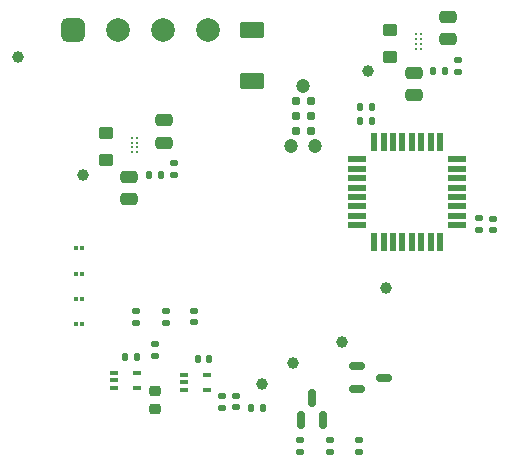
<source format=gbr>
%TF.GenerationSoftware,KiCad,Pcbnew,8.0.1*%
%TF.CreationDate,2024-09-05T15:23:59+02:00*%
%TF.ProjectId,TEP000,54455030-3030-42e6-9b69-6361645f7063,rev?*%
%TF.SameCoordinates,Original*%
%TF.FileFunction,Soldermask,Top*%
%TF.FilePolarity,Negative*%
%FSLAX46Y46*%
G04 Gerber Fmt 4.6, Leading zero omitted, Abs format (unit mm)*
G04 Created by KiCad (PCBNEW 8.0.1) date 2024-09-05 15:23:59*
%MOMM*%
%LPD*%
G01*
G04 APERTURE LIST*
G04 Aperture macros list*
%AMRoundRect*
0 Rectangle with rounded corners*
0 $1 Rounding radius*
0 $2 $3 $4 $5 $6 $7 $8 $9 X,Y pos of 4 corners*
0 Add a 4 corners polygon primitive as box body*
4,1,4,$2,$3,$4,$5,$6,$7,$8,$9,$2,$3,0*
0 Add four circle primitives for the rounded corners*
1,1,$1+$1,$2,$3*
1,1,$1+$1,$4,$5*
1,1,$1+$1,$6,$7*
1,1,$1+$1,$8,$9*
0 Add four rect primitives between the rounded corners*
20,1,$1+$1,$2,$3,$4,$5,0*
20,1,$1+$1,$4,$5,$6,$7,0*
20,1,$1+$1,$6,$7,$8,$9,0*
20,1,$1+$1,$8,$9,$2,$3,0*%
G04 Aperture macros list end*
%ADD10C,0.300000*%
%ADD11R,1.600000X0.550000*%
%ADD12R,0.550000X1.600000*%
%ADD13RoundRect,0.100000X-0.225000X-0.100000X0.225000X-0.100000X0.225000X0.100000X-0.225000X0.100000X0*%
%ADD14C,1.000000*%
%ADD15RoundRect,0.135000X0.185000X-0.135000X0.185000X0.135000X-0.185000X0.135000X-0.185000X-0.135000X0*%
%ADD16RoundRect,0.135000X-0.135000X-0.185000X0.135000X-0.185000X0.135000X0.185000X-0.135000X0.185000X0*%
%ADD17RoundRect,0.135000X0.135000X0.185000X-0.135000X0.185000X-0.135000X-0.185000X0.135000X-0.185000X0*%
%ADD18RoundRect,0.135000X-0.185000X0.135000X-0.185000X-0.135000X0.185000X-0.135000X0.185000X0.135000X0*%
%ADD19RoundRect,0.075000X-0.125000X-0.075000X0.125000X-0.075000X0.125000X0.075000X-0.125000X0.075000X0*%
%ADD20RoundRect,0.150000X0.150000X-0.587500X0.150000X0.587500X-0.150000X0.587500X-0.150000X-0.587500X0*%
%ADD21RoundRect,0.150000X-0.512500X-0.150000X0.512500X-0.150000X0.512500X0.150000X-0.512500X0.150000X0*%
%ADD22RoundRect,0.250000X-0.350000X0.275000X-0.350000X-0.275000X0.350000X-0.275000X0.350000X0.275000X0*%
%ADD23RoundRect,0.500000X-0.500000X-0.500000X0.500000X-0.500000X0.500000X0.500000X-0.500000X0.500000X0*%
%ADD24C,2.000000*%
%ADD25C,1.200000*%
%ADD26C,0.787000*%
%ADD27RoundRect,0.250000X-0.800000X0.450000X-0.800000X-0.450000X0.800000X-0.450000X0.800000X0.450000X0*%
%ADD28RoundRect,0.250000X-0.475000X0.250000X-0.475000X-0.250000X0.475000X-0.250000X0.475000X0.250000X0*%
%ADD29RoundRect,0.140000X0.170000X-0.140000X0.170000X0.140000X-0.170000X0.140000X-0.170000X-0.140000X0*%
%ADD30RoundRect,0.140000X-0.140000X-0.170000X0.140000X-0.170000X0.140000X0.170000X-0.140000X0.170000X0*%
%ADD31RoundRect,0.140000X-0.170000X0.140000X-0.170000X-0.140000X0.170000X-0.140000X0.170000X0.140000X0*%
%ADD32RoundRect,0.140000X0.140000X0.170000X-0.140000X0.170000X-0.140000X-0.170000X0.140000X-0.170000X0*%
%ADD33RoundRect,0.225000X0.250000X-0.225000X0.250000X0.225000X-0.250000X0.225000X-0.250000X-0.225000X0*%
G04 APERTURE END LIST*
D10*
%TO.C,U5*%
X151669800Y-103657400D03*
X152069800Y-103657400D03*
X151669800Y-104057400D03*
X152069800Y-104057400D03*
X151669800Y-104457400D03*
X152069800Y-104457400D03*
X151669800Y-104857400D03*
X152069800Y-104857400D03*
%TD*%
%TO.C,U4*%
X175750600Y-94886800D03*
X176150600Y-94886800D03*
X175750600Y-95286800D03*
X176150600Y-95286800D03*
X175750600Y-95686800D03*
X176150600Y-95686800D03*
X175750600Y-96086800D03*
X176150600Y-96086800D03*
%TD*%
D11*
%TO.C,U3*%
X170730600Y-105454800D03*
X170730600Y-106254800D03*
X170730600Y-107054800D03*
X170730600Y-107854800D03*
X170730600Y-108654800D03*
X170730600Y-109454800D03*
X170730600Y-110254800D03*
X170730600Y-111054800D03*
D12*
X172180600Y-112504800D03*
X172980600Y-112504800D03*
X173780600Y-112504800D03*
X174580600Y-112504800D03*
X175380600Y-112504800D03*
X176180600Y-112504800D03*
X176980600Y-112504800D03*
X177780600Y-112504800D03*
D11*
X179230600Y-111054800D03*
X179230600Y-110254800D03*
X179230600Y-109454800D03*
X179230600Y-108654800D03*
X179230600Y-107854800D03*
X179230600Y-107054800D03*
X179230600Y-106254800D03*
X179230600Y-105454800D03*
D12*
X177780600Y-104004800D03*
X176980600Y-104004800D03*
X176180600Y-104004800D03*
X175380600Y-104004800D03*
X174580600Y-104004800D03*
X173780600Y-104004800D03*
X172980600Y-104004800D03*
X172180600Y-104004800D03*
%TD*%
D13*
%TO.C,U2*%
X152080000Y-123518500D03*
X152080000Y-124818500D03*
X150180000Y-124818500D03*
X150180000Y-124168500D03*
X150180000Y-123518500D03*
%TD*%
%TO.C,U1*%
X158023600Y-123708400D03*
X158023600Y-125008400D03*
X156123600Y-125008400D03*
X156123600Y-124358400D03*
X156123600Y-123708400D03*
%TD*%
D14*
%TO.C,TP7*%
X171653200Y-98018600D03*
%TD*%
%TO.C,TP6*%
X147574000Y-106781600D03*
%TD*%
%TO.C,TP5*%
X173228000Y-116382800D03*
%TD*%
%TO.C,TP4*%
X162712400Y-124524100D03*
%TD*%
%TO.C,TP3*%
X165277800Y-122720700D03*
%TD*%
%TO.C,TP2*%
X169468800Y-120904000D03*
%TD*%
%TO.C,TP1*%
X142036800Y-96772400D03*
%TD*%
D15*
%TO.C,R16*%
X155270200Y-106809000D03*
X155270200Y-105789000D03*
%TD*%
D16*
%TO.C,R15*%
X153083800Y-106781600D03*
X154103800Y-106781600D03*
%TD*%
D15*
%TO.C,R14*%
X179324000Y-98046000D03*
X179324000Y-97026000D03*
%TD*%
D16*
%TO.C,R13*%
X177163000Y-98018600D03*
X178183000Y-98018600D03*
%TD*%
D17*
%TO.C,R12*%
X161770600Y-126530700D03*
X162790600Y-126530700D03*
%TD*%
D18*
%TO.C,R11*%
X153644600Y-122138500D03*
X153644600Y-121118500D03*
%TD*%
%TO.C,R10*%
X159308800Y-126494000D03*
X159308800Y-125474000D03*
%TD*%
D15*
%TO.C,R9*%
X168452800Y-129193700D03*
X168452800Y-130213700D03*
%TD*%
%TO.C,R8*%
X165938200Y-129197700D03*
X165938200Y-130217700D03*
%TD*%
D18*
%TO.C,R7*%
X170865800Y-130215700D03*
X170865800Y-129195700D03*
%TD*%
D19*
%TO.C,R6*%
X146917600Y-119404734D03*
X147417600Y-119404734D03*
%TD*%
%TO.C,R5*%
X146917600Y-117271800D03*
X147417600Y-117271800D03*
%TD*%
%TO.C,R4*%
X146917600Y-115138867D03*
X147417600Y-115138867D03*
%TD*%
D15*
%TO.C,R3*%
X154533600Y-119293700D03*
X154533600Y-118273700D03*
%TD*%
%TO.C,R2*%
X152044400Y-119293700D03*
X152044400Y-118273700D03*
%TD*%
D19*
%TO.C,R1*%
X146917600Y-113005934D03*
X147417600Y-113005934D03*
%TD*%
D20*
%TO.C,Q2*%
X166928800Y-125673400D03*
X167878800Y-127548400D03*
X165978800Y-127548400D03*
%TD*%
D21*
%TO.C,Q1*%
X170744300Y-122987900D03*
X170744300Y-124887900D03*
X173019300Y-123937900D03*
%TD*%
D22*
%TO.C,L2*%
X149453600Y-103244000D03*
X149453600Y-105544000D03*
%TD*%
%TO.C,L1*%
X173558200Y-94481000D03*
X173558200Y-96781000D03*
%TD*%
D23*
%TO.C,J2*%
X146710400Y-94511800D03*
D24*
X150520400Y-94511800D03*
X154330400Y-94511800D03*
X158140400Y-94511800D03*
%TD*%
D25*
%TO.C,J1*%
X165150800Y-104309000D03*
X167182800Y-104309000D03*
X166166800Y-99229000D03*
D26*
X165531800Y-100499000D03*
X166801800Y-100499000D03*
X165531800Y-101769000D03*
X166801800Y-101769000D03*
X165531800Y-103039000D03*
X166801800Y-103039000D03*
%TD*%
D27*
%TO.C,D6*%
X161874200Y-94472400D03*
X161874200Y-98872400D03*
%TD*%
D28*
%TO.C,C13*%
X151460200Y-106923800D03*
X151460200Y-108823800D03*
%TD*%
%TO.C,C12*%
X154381200Y-102158800D03*
X154381200Y-104058800D03*
%TD*%
%TO.C,C11*%
X178460400Y-93385600D03*
X178460400Y-95285600D03*
%TD*%
%TO.C,C10*%
X175539400Y-98135400D03*
X175539400Y-100035400D03*
%TD*%
D29*
%TO.C,C9*%
X182245000Y-111452600D03*
X182245000Y-110492600D03*
%TD*%
D30*
%TO.C,C8*%
X171020800Y-101066600D03*
X171980800Y-101066600D03*
%TD*%
D31*
%TO.C,C7*%
X181051200Y-110467200D03*
X181051200Y-111427200D03*
%TD*%
D32*
%TO.C,C6*%
X171980800Y-102235000D03*
X171020800Y-102235000D03*
%TD*%
%TO.C,C5*%
X151130000Y-122187300D03*
X152090000Y-122187300D03*
%TD*%
D33*
%TO.C,C4*%
X153644600Y-125044500D03*
X153644600Y-126594500D03*
%TD*%
D31*
%TO.C,C3*%
X160502600Y-126464000D03*
X160502600Y-125504000D03*
%TD*%
D32*
%TO.C,C2*%
X157254000Y-122377200D03*
X158214000Y-122377200D03*
%TD*%
D29*
%TO.C,C1*%
X156972000Y-119263700D03*
X156972000Y-118303700D03*
%TD*%
M02*

</source>
